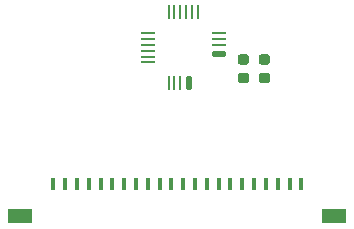
<source format=gbr>
%TF.GenerationSoftware,KiCad,Pcbnew,(5.1.6)-1*%
%TF.CreationDate,2020-10-09T22:51:26+02:00*%
%TF.ProjectId,PCB_Sensor_Array,5043425f-5365-46e7-936f-725f41727261,rev?*%
%TF.SameCoordinates,Original*%
%TF.FileFunction,Paste,Top*%
%TF.FilePolarity,Positive*%
%FSLAX46Y46*%
G04 Gerber Fmt 4.6, Leading zero omitted, Abs format (unit mm)*
G04 Created by KiCad (PCBNEW (5.1.6)-1) date 2020-10-09 22:51:26*
%MOMM*%
%LPD*%
G01*
G04 APERTURE LIST*
%ADD10R,0.400000X1.000000*%
%ADD11R,2.000000X1.300000*%
%ADD12O,0.250000X1.250000*%
%ADD13O,1.250000X0.250000*%
%ADD14O,1.250000X0.500000*%
%ADD15O,0.550000X1.250000*%
G04 APERTURE END LIST*
%TO.C,C2*%
G36*
G01*
X105407750Y-72994000D02*
X105920250Y-72994000D01*
G75*
G02*
X106139000Y-73212750I0J-218750D01*
G01*
X106139000Y-73650250D01*
G75*
G02*
X105920250Y-73869000I-218750J0D01*
G01*
X105407750Y-73869000D01*
G75*
G02*
X105189000Y-73650250I0J218750D01*
G01*
X105189000Y-73212750D01*
G75*
G02*
X105407750Y-72994000I218750J0D01*
G01*
G37*
G36*
G01*
X105407750Y-71419000D02*
X105920250Y-71419000D01*
G75*
G02*
X106139000Y-71637750I0J-218750D01*
G01*
X106139000Y-72075250D01*
G75*
G02*
X105920250Y-72294000I-218750J0D01*
G01*
X105407750Y-72294000D01*
G75*
G02*
X105189000Y-72075250I0J218750D01*
G01*
X105189000Y-71637750D01*
G75*
G02*
X105407750Y-71419000I218750J0D01*
G01*
G37*
%TD*%
%TO.C,C1*%
G36*
G01*
X107185750Y-72994000D02*
X107698250Y-72994000D01*
G75*
G02*
X107917000Y-73212750I0J-218750D01*
G01*
X107917000Y-73650250D01*
G75*
G02*
X107698250Y-73869000I-218750J0D01*
G01*
X107185750Y-73869000D01*
G75*
G02*
X106967000Y-73650250I0J218750D01*
G01*
X106967000Y-73212750D01*
G75*
G02*
X107185750Y-72994000I218750J0D01*
G01*
G37*
G36*
G01*
X107185750Y-71419000D02*
X107698250Y-71419000D01*
G75*
G02*
X107917000Y-71637750I0J-218750D01*
G01*
X107917000Y-72075250D01*
G75*
G02*
X107698250Y-72294000I-218750J0D01*
G01*
X107185750Y-72294000D01*
G75*
G02*
X106967000Y-72075250I0J218750D01*
G01*
X106967000Y-71637750D01*
G75*
G02*
X107185750Y-71419000I218750J0D01*
G01*
G37*
%TD*%
D10*
%TO.C,J1*%
X110576000Y-82402000D03*
X109576000Y-82402000D03*
X108576000Y-82402000D03*
X107576000Y-82402000D03*
X106576000Y-82402000D03*
X105576000Y-82402000D03*
X104576000Y-82402000D03*
X103576000Y-82402000D03*
X102576000Y-82402000D03*
X101576000Y-82402000D03*
X100576000Y-82402000D03*
X99576000Y-82402000D03*
X98576000Y-82402000D03*
X97576000Y-82402000D03*
X96576000Y-82402000D03*
X95576000Y-82402000D03*
X94576000Y-82402000D03*
X93576000Y-82402000D03*
X92576000Y-82402000D03*
X91576000Y-82402000D03*
X90576000Y-82402000D03*
X89576000Y-82402000D03*
D11*
X113376000Y-85102000D03*
X86776000Y-85102000D03*
%TD*%
D12*
%TO.C,U1*%
X99334000Y-67866000D03*
X99834000Y-67866000D03*
X100334000Y-67866000D03*
X100834000Y-67866000D03*
X101334000Y-67866000D03*
X101834000Y-67866000D03*
D13*
X103584000Y-69616000D03*
X103584000Y-70116000D03*
X103584000Y-70616000D03*
D14*
X103584000Y-71366000D03*
D15*
X101084000Y-73866000D03*
D12*
X100334000Y-73866000D03*
X99834000Y-73866000D03*
X99334000Y-73866000D03*
D13*
X97584000Y-72116000D03*
X97584000Y-71616000D03*
X97584000Y-71116000D03*
X97584000Y-70616000D03*
X97584000Y-70116000D03*
X97584000Y-69616000D03*
%TD*%
M02*

</source>
